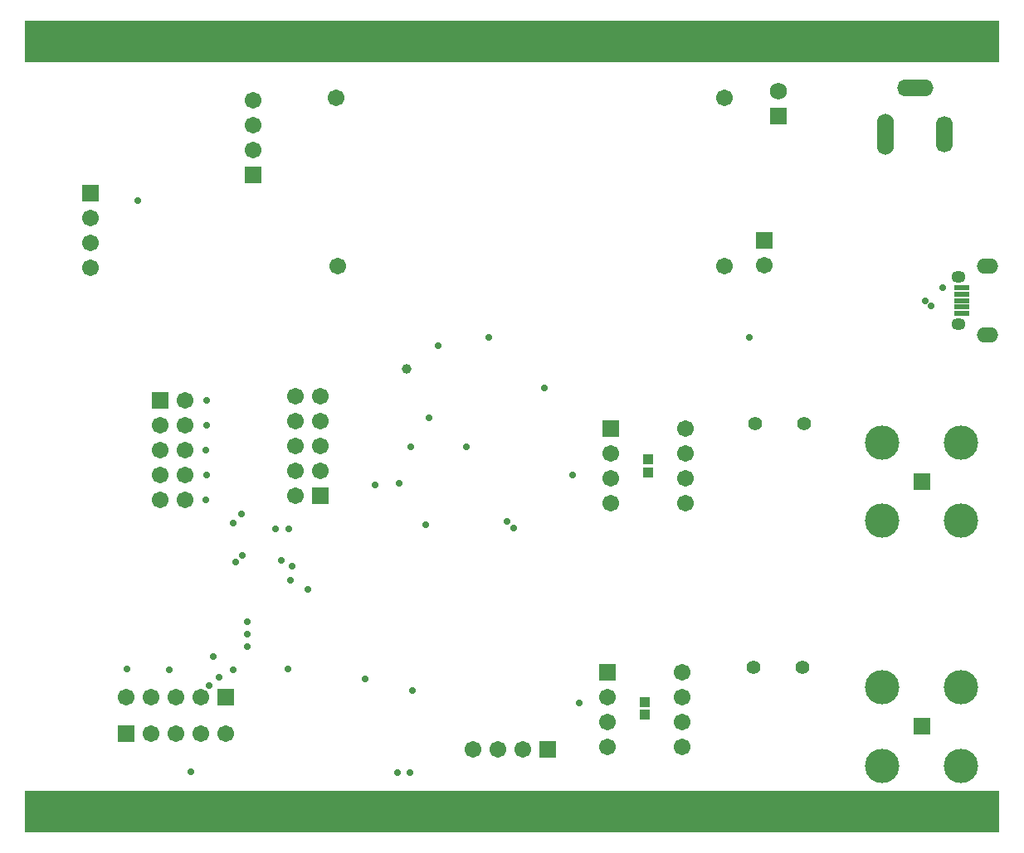
<source format=gbs>
G04*
G04 #@! TF.GenerationSoftware,Altium Limited,Altium Designer,21.0.9 (235)*
G04*
G04 Layer_Color=16711935*
%FSLAX44Y44*%
%MOMM*%
G71*
G04*
G04 #@! TF.SameCoordinates,BC5F0FA3-8C3F-41DD-A052-AF4356C4A8CD*
G04*
G04*
G04 #@! TF.FilePolarity,Negative*
G04*
G01*
G75*
%ADD39R,99.5000X4.3250*%
%ADD45R,1.1032X1.0032*%
%ADD55O,1.7032X4.2032*%
%ADD56O,1.7032X3.7032*%
%ADD57O,3.7032X1.7032*%
%ADD58C,1.7532*%
%ADD59R,1.7532X1.7532*%
%ADD60R,1.7000X1.7000*%
%ADD61C,3.5000*%
%ADD62C,1.7032*%
%ADD63R,1.7032X1.7032*%
%ADD64R,1.7032X1.7032*%
%ADD65C,1.4032*%
%ADD66O,2.2032X1.5532*%
%ADD67O,1.4532X1.2532*%
%ADD68C,1.0032*%
%ADD69C,0.7032*%
%ADD87R,1.5532X0.6032*%
D39*
X1280500Y1248375D02*
D03*
X1280500Y461625D02*
D03*
D45*
X1419710Y808220D02*
D03*
Y821220D02*
D03*
X1415900Y560570D02*
D03*
Y573570D02*
D03*
D55*
X1661750Y1153500D02*
D03*
D56*
X1721750D02*
D03*
D57*
X1691750Y1200500D02*
D03*
D58*
X1552250Y1197200D02*
D03*
D59*
Y1171800D02*
D03*
D60*
X1698500Y548500D02*
D03*
X1698500Y798500D02*
D03*
D61*
X1658500Y508500D02*
D03*
Y588500D02*
D03*
X1738500Y508500D02*
D03*
Y588500D02*
D03*
X1658500Y758500D02*
D03*
Y838500D02*
D03*
X1738500Y758500D02*
D03*
Y838500D02*
D03*
D62*
X947250Y779950D02*
D03*
X921850D02*
D03*
X947250Y805350D02*
D03*
X921850D02*
D03*
X947250Y830750D02*
D03*
X921850D02*
D03*
X947250Y856150D02*
D03*
X921850D02*
D03*
X947250Y881550D02*
D03*
X1059600Y885800D02*
D03*
X1085000D02*
D03*
X1059600Y860400D02*
D03*
X1085000D02*
D03*
X1059600Y835000D02*
D03*
X1085000D02*
D03*
X1059600Y809600D02*
D03*
X1085000D02*
D03*
X1059600Y784200D02*
D03*
X963300Y578500D02*
D03*
X937900D02*
D03*
X912500D02*
D03*
X887100D02*
D03*
X912500Y541000D02*
D03*
X937900D02*
D03*
X963300D02*
D03*
X988700D02*
D03*
X1016250Y1137350D02*
D03*
Y1162750D02*
D03*
Y1188150D02*
D03*
X1291750Y525500D02*
D03*
X1266350D02*
D03*
X1240950D02*
D03*
X1537500Y1019600D02*
D03*
X1377800Y578500D02*
D03*
Y553100D02*
D03*
Y527700D02*
D03*
X1454000Y603900D02*
D03*
Y578500D02*
D03*
Y553100D02*
D03*
Y527700D02*
D03*
X1381610Y827420D02*
D03*
Y802020D02*
D03*
Y776620D02*
D03*
X1457810Y852820D02*
D03*
Y827420D02*
D03*
Y802020D02*
D03*
Y776620D02*
D03*
X1497330Y1019060D02*
D03*
X1102360D02*
D03*
X1497330Y1190510D02*
D03*
X1101090D02*
D03*
X850750Y1017050D02*
D03*
Y1042450D02*
D03*
Y1067850D02*
D03*
D63*
X921850Y881550D02*
D03*
X1085000Y784200D02*
D03*
X1016250Y1111950D02*
D03*
X1537500Y1045000D02*
D03*
X850750Y1093250D02*
D03*
D64*
X988700Y578500D02*
D03*
X887100Y541000D02*
D03*
X1317150Y525500D02*
D03*
X1377800Y603900D02*
D03*
X1381610Y852820D02*
D03*
D65*
X1528930Y857900D02*
D03*
X1578930D02*
D03*
X1526790Y608980D02*
D03*
X1576790D02*
D03*
D66*
X1765750Y1018625D02*
D03*
Y948375D02*
D03*
D67*
X1735750Y1007750D02*
D03*
Y959250D02*
D03*
D68*
X1172572Y914000D02*
D03*
D69*
X1256500Y946250D02*
D03*
X1205000Y937750D02*
D03*
X1522750Y946000D02*
D03*
X1702406Y983011D02*
D03*
X952750Y502250D02*
D03*
X898750Y1085500D02*
D03*
X1140750Y795250D02*
D03*
X971750Y590000D02*
D03*
X887750Y607000D02*
D03*
X982000Y598500D02*
D03*
X975750Y619500D02*
D03*
X995750Y606750D02*
D03*
X1045560Y718534D02*
D03*
X998750Y716250D02*
D03*
X1056250Y712500D02*
D03*
X1005250Y723000D02*
D03*
X931180Y606356D02*
D03*
X1004250Y765500D02*
D03*
X1039250Y750000D02*
D03*
X1010250Y655250D02*
D03*
X1192301Y754102D02*
D03*
X1010500Y642500D02*
D03*
X1072500Y688750D02*
D03*
X1010500Y629750D02*
D03*
X1054500Y697500D02*
D03*
X1052250Y607500D02*
D03*
X1052500Y750500D02*
D03*
X1130750Y597000D02*
D03*
X1179250Y585000D02*
D03*
X995750Y756500D02*
D03*
X1707915Y977862D02*
D03*
X1163750Y501500D02*
D03*
X1176000D02*
D03*
X1177250Y833750D02*
D03*
X1281802Y751302D02*
D03*
X1313759Y894539D02*
D03*
X1275750Y758000D02*
D03*
X1234000Y834500D02*
D03*
X1195500Y863500D02*
D03*
X1165500Y796500D02*
D03*
X968538Y881550D02*
D03*
X969000Y856250D02*
D03*
X968000Y831000D02*
D03*
X968750Y805250D02*
D03*
X968000Y779750D02*
D03*
X1349000Y572190D02*
D03*
X1342000Y805250D02*
D03*
X1720000Y997000D02*
D03*
D87*
X1739000Y996500D02*
D03*
Y977000D02*
D03*
Y970500D02*
D03*
Y983500D02*
D03*
Y990000D02*
D03*
M02*

</source>
